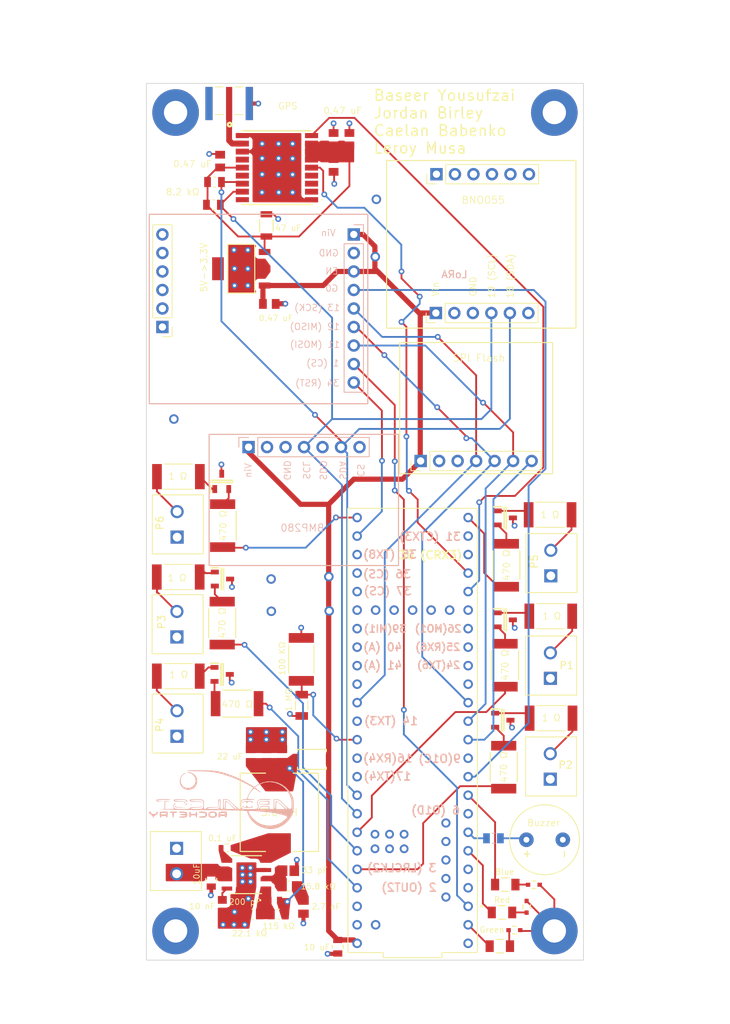
<source format=kicad_pcb>
(kicad_pcb (version 20240108) (generator "pcbnew") (generator_version "8.0")
  (layers (0 "F.Cu" signal) (1 "In1.Cu" power) (2 "In2.Cu" power) (31 "B.Cu" signal) (34 "B.Paste" user) (35 "F.Paste" user) (36 "B.SilkS" user "B.Silkscreen") (37 "F.SilkS" user "F.Silkscreen") (38 "B.Mask" user) (39 "F.Mask" user) (44 "Edge.Cuts" user))
  (net 0 "")
  (net 1 "GND")
  (net 2 "+7.5V")
  (net 3 "/Pin 5")
  (net 4 "+5V")
  (net 5 "Net-(LED1-Pad2)")
  (net 6 "Net-(U1-RX1)")
  (net 7 "Net-(U1-RX2)")
  (net 8 "Net-(P1-Pad2)")
  (net 9 "Net-(C16-Pad2)")
  (net 10 "Net-(P2-Pad2)")
  (net 11 "Net-(P3-Pad2)")
  (net 12 "Net-(P4-Pad2)")
  (net 13 "Net-(Q1-G)")
  (net 14 "Net-(Q1-S)")
  (net 15 "Net-(Q2-G)")
  (net 16 "Net-(Q2-S)")
  (net 17 "Net-(Q3-G)")
  (net 18 "Net-(Q3-S)")
  (net 19 "Net-(Q4-G)")
  (net 20 "Net-(Q4-S)")
  (net 21 "Net-(U1-BCLK2)")
  (net 22 "/Pin 20")
  (net 23 "/Pin 22")
  (net 24 "/Pin 21")
  (net 25 "/Pin 23")
  (net 27 "Net-(U1-3.3V-Pad3.3V_1)")
  (net 39 "Net-(U1-USB_GND-PadUSB_GND1)")
  (net 40 "+3.3V")
  (net 44 "Net-(U3-COMP)")
  (net 46 "/Pin 10 (CS)")
  (net 47 "/Pin 11 (MOSI)")
  (net 48 "/Pin 12 (MISO)")
  (net 49 "/Pin 13 (SCK)")
  (net 50 "Net-(C9-Pad2)")
  (net 51 "/Pin 18 (SDA)")
  (net 52 "/Pin 19 (SCL)")
  (net 57 "Net-(U3-SS)")
  (net 58 "Net-(U3-SW)")
  (net 61 "Net-(P5-Pad2)")
  (net 62 "Net-(P6-Pad2)")
  (net 70 "Net-(Q5-G)")
  (net 71 "Net-(Q5-S)")
  (net 72 "Net-(Q6-G)")
  (net 73 "Net-(Q6-S)")
  (net 74 "/Pin 32")
  (net 75 "/Pin 33")
  (net 76 "Net-(U3-BST)")
  (net 77 "/FB")
  (net 78 "/Pin 29 (ExtInt)")
  (net 85 "/Pin 28 (Reset)")
  (net 86 "Net-(LED2-Pad2)")
  (net 87 "Net-(LED4-Pad2)")
  (net 88 "/Pin 8 (G0)")
  (net 89 "/Pin 1 (CS)")
  (net 90 "/Pin 17 (SDA1)")
  (net 91 "/Pin 16 (SCL1)")
  (net 92 "/RF")
  (net 93 "/Pin 15 (A0)")
  (net 95 "/Pin 34 (RST)")
  (footprint "SMD LED:LED_XZCDG-8VF_SLD" (layer "F.Cu") (at 157.15 183.125 -90)
    (property "Reference" "LED1" (hide yes))
    (property "Value" "Red")
  )
  (footprint "22 uF:CAP_CL_21_SAM" (layer "F.Cu") (at 132.825 77.8237 -90)
    (property "Reference" "C11" (hide yes))
    (property "Value" "0.47 uF")
  )
  (footprint "750 Ohm:RC1206N_YAG" (layer "F.Cu") (at 153.475 188.525)
    (property "Reference" "R6" (hide yes))
    (property "Value" "750 Ω" (hide yes))
  )
  (footprint "Buck Converter (Mark 2):SO-8EP_DIO" (layer "F.Cu") (at 118.68266 178.715)
    (property "Reference" "U3" (hide yes))
    (property "Value" "7.5 V -> 5 V, 5 A" (hide yes))
  )
  (footprint "1x2 ScrewTerm:OST_OSTTE020104" (layer "F.Cu") (at 160.475 135.96 90)
    (property "Reference" "P5")
    (property "Value" "1x2 Screw Terminal" (hide yes))
  )
  (footprint "" (layer "F.Cu") (at 108.725 116.2)
    (property "Reference" "")
    (property "Value" "")
  )
  (footprint "MountingHole:MountingHole_3.2mm_M3_Pad" (layer "F.Cu") (at 160.96 186.44)
    (property "Reference" "H4" (hide yes))
    (property "Value" "MountingHole_Pad" (hide yes))
  )
  (footprint "3.6 uH Inductor:IND_1064_WE-PDF_WRE" (layer "F.Cu") (at 123.20576 170.1586 -90)
    (property "Reference" "3.6 uH")
    (property "Value" "3.6 uH" (hide yes))
  )
  (footprint "1x2 ScrewTerm:OST_OSTTE020104" (layer "F.Cu") (at 160.419 150.025 90)
    (property "Reference" "P1")
    (property "Value" "1x2 Screw Terminal" (hide yes))
  )
  (footprint "SMD LED:LED_XZCDG-8VF_SLD" (layer "F.Cu") (at 155.475 186.325 180)
    (property "Reference" "LED2" (hide yes))
    (property "Value" "Green")
  )
  (footprint "22 uF:CAP_CL_21_SAM" (layer "F.Cu") (at 121.825 100.4)
    (property "Reference" "C17" (hide yes))
    (property "Value" "0.47 uF")
  )
  (footprint "N-Channel MOSFET:SOT96P240X110-3N" (layer "F.Cu") (at 154.225 129.76)
    (property "Reference" "Q5" (hide yes))
    (property "Value" "DMN3051L-7" (hide yes))
  )
  (footprint "N-Channel MOSFET:SOT96P240X110-3N" (layer "F.Cu") (at 115.394 138.15)
    (property "Reference" "Q3" (hide yes))
    (property "Value" "DMN3051L-7" (hide yes))
  )
  (footprint "10 uF:CAP_CL21_SAM" (layer "F.Cu") (at 113.85296 179.425 90)
    (property "Reference" "C1" (hide yes))
    (property "Value" "10uF")
  )
  (footprint "" (layer "F.Cu") (at 122.075 138.15)
    (property "Reference" "")
    (property "Value" "")
  )
  (footprint "Teensy4.1:MODULE_DEV-16771" (layer "F.Cu") (at 141.505 158.925 90)
    (property "Reference" "U1" (hide yes))
    (property "Value" "Baseer Yousufzai" (hide yes))
  )
  (footprint "22 uF:CAP_CL_21_SAM" (layer "F.Cu") (at 115.075 80.8013 -90)
    (property "Reference" "C10" (hide yes))
    (property "Value" "0.47 uF")
  )
  (footprint "470 Ohm:RES_RMCF2512_STP" (layer "F.Cu") (at 115.356 144.1964 -90)
    (property "Reference" "R12" (hide yes))
    (property "Value" "470 Ω" (hide yes))
  )
  (footprint "22 uF:CAP_CL_21_SAM" (layer "F.Cu") (at 130.6487 81.4 90)
    (property "Reference" "C13" (hide yes))
    (property "Value" "0.47 uF" (hide yes))
  )
  (footprint "200 pF:CAP_06033D104JAT2A" (layer "F.Cu") (at 122.50296 182.225)
    (property "Reference" "C16" (hide yes))
    (property "Value" "200 pF")
  )
  (footprint "2.7 nF:CAP_CC0805_YAG" (layer "F.Cu") (at 126.511995 183.17342 90)
    (property "Reference" "C9" (hide yes))
    (property "Value" "2.7 nF")
  )
  (footprint "GPS Chip:MAXM10S00B" (layer "F.Cu") (at 122.875 81.7)
    (property "Reference" "IC1" (hide yes))
    (property "Value" "MAX-M10S-00B" (hide yes))
  )
  (footprint "470 Ohm:RES_RMCF2512_STP" (layer "F.Cu") (at 154.375 136.26 -90)
    (property "Reference" "R16" (hide yes))
    (property "Value" "470 Ω" (hide yes))
  )
  (footprint "10 uF:CAP_CL21_SAM" (layer "F.Cu") (at 131.225 188.6 90)
    (property "Reference" "C5" (hide yes))
    (property "Value" "10 uF" (hide yes))
  )
  (footprint "Buzzer:CUI_CMI-9605IC-0580T" (layer "F.Cu") (at 159.625 173.925 90)
    (property "Reference" "Buzzer")
    (property "Value" "CMI-9605IC-0580T" (hide yes))
  )
  (footprint "Connector_PinHeader_2.54mm:PinHeader_1x06_P2.54mm_Vertical" (layer "F.Cu") (at 144.775 82.6 90)
    (property "Reference" "BNO085" (hide yes))
    (property "Value" "~" (hide yes))
  )
  (footprint "324 Ohm:RC1206N_VIS" (layer "F.Cu") (at 153.775 183.9)
    (property "Reference" "R5" (hide yes))
    (property "Value" "324 Ω" (hide yes))
  )
  (footprint "1 Ohm:RESC6332X70N" (layer "F.Cu") (at 160.469 143.25)
    (property "Reference" "R8" (hide yes))
    (property "Value" "1 Ω" (hide yes))
  )
  (footprint "15.8 kOhm:RESC2012X60N" (layer "F.Cu") (at 124.42796 180.3 180)
    (property "Reference" "R2" (hide yes))
    (property "Value" "15.8 kΩ")
  )
  (footprint "SMD LED:LED_XZCDG-8VF_SLD" (layer "F.Cu") (at 158.15 180.1 180)
    (property "Reference" "LED4" (hide yes))
    (property "Value" "Blue")
  )
  (footprint "8.2k Ohm:RESC2012X60N" (layer "F.Cu") (at 114.15 86.8 180)
    (property "Reference" "R20" (hide yes))
    (property "Value" "8.2 kΩ")
  )
  (footprint "" (layer "F.Cu") (at 130 137.825)
    (property "Reference" "")
    (property "Value" "")
  )
  (footprint "470 Ohm:RES_RMCF2512_STP" (layer "F.Cu") (at 154.0105 163.9675 -90)
    (property "Reference" "R10" (hide yes))
    (property "Value" "470 Ω" (hide yes))
  )
  (footprint "1x2 ScrewTerm:OST_OSTTE020104" (layer "F.Cu") (at 109.1 176.85 -90)
    (property "Reference" "P7" (hide yes))
    (property "Value" "1x2 Screw Terminal" (hide yes))
  )
  (footprint "Connector_PinHeader_2.54mm:PinHeader_1x06_P2.54mm_Vertical" (layer "F.Cu") (at 107.15 103.57 180)
    (property "Reference" "BNO085" (hide yes))
    (property "Value" "~" (hide yes))
  )
  (footprint "" (layer "F.Cu") (at 136.525 86.05)
    (property "Reference" "")
    (property "Value" "")
  )
  (footprint "Connector_PinHeader_2.54mm:PinHeader_1x06_P2.54mm_Vertical" (layer "F.Cu") (at 144.695 101.65 90)
    (property "Reference" "BNO055")
    (property "Value" "~" (hide yes))
  )
  (footprint "" (layer "F.Cu") (at 136.375 93.925)
    (property "Reference" "")
    (property "Value" "")
  )
  (footprint "750 Ohm:RC1206N_YAG" (layer "F.Cu") (at 154.222 180.075)
    (property "Reference" "R7" (hide yes))
    (property "Value" "750 Ω" (hide yes))
  )
  (footprint "0.01 uF:CC0805N_YAG" (layer "F.Cu") (at 115.37796 183.0005 90)
    (property "Reference" "C14" (hide yes))
    (property "Value" "10 nF")
  )
  (footprint "1M Ohm:RESC3115X65N" (layer "F.Cu") (at 126.275 155.475 90)
    (property "Reference" "R1" (hide yes))
    (property "Value" "1 MΩ")
  )
  (footprint "MountingHole:MountingHole_3.2mm_M3_Pad" (layer "F.Cu") (at 108.96 74.14)
    (property "Reference" "H1" (hide yes))
    (property "Value" "MountingHole_Pad" (hide yes))
  )
  (footprint "100K Ohm:RESC6332X70N" (layer "F.Cu") (at 126.225 149.175 -90)
    (property "Reference" "R4" (hide yes))
    (property "Value" "100 KΩ")
  )
  (footprint "Voltage Regulators 3.3V:MP04A" (layer "F.Cu") (at 117.975 95.575 90)
    (property "Reference" "U2" (hide yes))
    (property "Value" "5V->3.3V")
  )
  (footprint "8.2k Ohm:RESC2012X60N" (layer "F.Cu") (at 114.3 83.675 180)
    (property "Reference" "R21" (hide yes))
    (property "Value" "8.2k Ohm" (hide yes))
  )
  (footprint "0.1 uF:CAP_CL10_SAM" (layer "F.Cu") (at 116.03076 175.05)
    (property "Reference" "C15" (hide yes))
    (property "Value" "0.1 uF")
  )
  (footprint "SMD Diode:DIO_RB050LAM_ROM" (layer "F.Cu") (at 127.675 162.9 180)
    (property "Reference" "R23" (hide yes))
    (property "Value" "Diode" (hide yes))
  )
  (footprint "470 Ohm:RES_RMCF2512_STP" (layer "F.Cu") (at 117.4 155.25)
    (property "Reference" "R14" (hide yes))
    (property "Value" "470 Ω" (hide yes))
  )
  (footprint "N-Channel MOSFET:SOT96P240X110-3N" (layer "F.Cu") (at 154.219 143.75)
    (property "Reference" "Q1" (hide yes))
    (property "Value" "DMN3051L-7" (hide yes))
  )
  (footprint "1x2 ScrewTerm:OST_OSTTE020104" (layer "F.Cu") (at 109.138 144.35 90)
    (property "Reference" "P3")
    (property "Value" "1x2 Screw Terminal" (hide yes))
  )
  (footprint "470 Ohm:RES_RMCF2512_STP" (layer "F.Cu") (at 154.194 149.975 -90)
    (property "Reference" "R9" (hide yes))
    (property "Value" "470 Ω" (hide yes))
  )
  (footprint "" (layer "F.Cu") (at 130.05 142.525)
    (property "Reference" "")
    (property "Value" "")
  )
  (footprint "22.1 kOhm:RESC2012X65N" (layer "F.Cu") (at 119.55296 184.15)
    (property "Reference" "R3" (hide yes))
    (property "Value" "22.1 kΩ")
  )
  (footprint "MountingHole:MountingHole_3.2mm_M3_Pad" (layer "F.Cu") (at 108.96 186.44)
    (property "Reference" "H3" (hide yes))
    (property "Value" "MountingHole_Pad" (hide yes))
  )
  (footprint "47 uF:CAP_CL31_SAM" (layer "F.Cu") (at 121.425 89.625 -90)
    (property "Reference" "C7" (hide yes))
    (property "Value" "47 uF")
  )
  (footprint "1 Ohm:RESC6332X70N" (layer "F.Cu") (at 160.5105 157.2425)
    (property "Reference" "R11" (hide yes))
    (property "Value" "1 Ω" (hide yes))
  )
  (footprint "MountingHole:MountingHole_3.2mm_M3_Pad" (layer "F.Cu") (at 160.96 74.14)
    (property "Reference" "H2" (hide yes))
    (property "Value" "MountingHole_Pad" (hide yes))
  )
  (footprint "1x2 ScrewTerm:OST_OSTTE020104" (layer "F.Cu") (at 109.169 130.65 90)
    (property "Reference" "P6")
    (property "Value" "1x2 Screw Terminal" (hide yes))
  )
  (footprint "1 Ohm:RESC6332X70N" (layer "F.Cu") (at 109.325 151.475 180)
    (property "Reference" "R15" (hide yes))
    (property "Value" "1 Ω" (hide yes))
  )
  (footprint "115 kOhm:RESC2012X60N" (layer "F.Cu") (at 123.05296 184.15)
    (property "Reference" "R22" (hide yes))
    (property "Value" "115 kΩ")
  )
  (footprint "N-Channel MOSFET:SOT96P240X110-3N" (layer "F.Cu") (at 153.8855 157.5175)
    (property "Reference" "Q2" (hide yes))
    (property "Value" "DMN3051L-7" (hide yes))
  )
  (footprint "1 Ohm:RESC6332X70N" (layer "F.Cu") (at 109.319 137.875 180)
    (property "Reference" "R13" (hide yes))
    (property "Value" "1 Ω" (hide yes))
  )
  (footprint "1x2 ScrewTerm:OST_OSTTE020104" (layer "F.Cu") (at 109.15 157.975 90)
    (property "Reference" "P4")
    (property "Value" "1x2 Screw Terminal" (hide yes))
  )
  (footprint "1x2 ScrewTerm:OST_OSTTE020104" (layer "F.Cu") (at 160.4045 163.8675 90)
    (property "Reference" "P2")
    (property "Value" "1x2 Screw Terminal" (hide yes))
  )
  (footprint "22 uF:CAP_CL_21_SAM" (layer "F.Cu") (at 119.275 162.3763 -90)
    (property "Reference" "C4" (hide yes))
    (property "Value" "22 uF")
  )
  (footprint "1 Ohm:RESC6332X70N" (layer "F.Cu") (at 109.344 124.1 180)
    (property "Reference" "R19" (hide yes))
    (property "Value" "1 Ω")
  )
  (footprint "1 Ohm:RESC6332X70N" (layer "F.Cu") (at 160.375 129.335)
    (property "Reference" "R17" (hide yes))
    (property "Value" "1 Ω")
  )
  (footprint "N-Channel MOSFET:SOT96P240X110-3N" (layer "F.Cu") (at 115.35 151.235)
    (property "Reference" "Q4" (hide yes))
    (property "Value" "DMN3051L-7" (hide yes))
  )
  (footprint "Connector_PinHeader_2.54mm:PinHeader_1x07_P2.54mm_Vertical" (layer "F.Cu") (at 142.605 121.95 90)
    (property "Reference" "SPI Flash")
    (property "Value" "~" (hide yes))
  )
  (footprint "SMA:TAOGLAS_EMPCB.SMAFSTJ.B.HT" (layer "F.Cu") (at 116.30925 72.9085 180)
    (property "Reference" "J1" (hide yes))
    (property "Value" "SMA" (hide yes))
  )
  (footprint "" (layer "F.Cu") (at 122.1 142.575)
    (property "Reference" "")
    (property "Value" "")
  )
  (footprint "N-Channel MOSFET:SOT96P240X110-3N" (layer "F.Cu") (at 115.294 124.75 90)
    (property "Reference" "Q6" (hide yes))
    (property "Value" "DMN3051L-7" (hide yes))
  )
  (footprint "22 uF:CAP_CL_21_SAM" (layer "F.Cu") (at 121.45 162.3763 -90)
    (property "Reference" "C3" (hide yes))
    (property "Value" "22 uF" (hide yes))
  )
  (footprint "33 pF:CAPC220145_88N_KEM" (layer "F.Cu") (at 124.45296 178.175 180)
    (property "Reference" "C8" (hide yes))
    (property "Value" "33 pF")
  )
  (footprint "22 uF:CAP_CL_21_SAM" (layer "F.Cu") (at 130.65 77.825 -90)
    (property "Reference" "C12" (hide yes))
    (property "Value" "0.47 uF" (hide yes))
  )
  (footprint "470 Ohm:RES_RMCF2512_STP" (layer "F.Cu") (at 115.419 130.825 -90)
    (property "Reference" "R18" (hide yes))
    (property "Value" "470 Ω" (hide yes))
  )
  (footprint "22 uF:CAP_CL_21_SAM" (layer "F.Cu") (at 123.6 162.3763 -90)
    (property "Reference" "C2" (hide yes))
    (property "Value" "22 uF (Each)" (hide yes))
  )
  (footprint "Connector_PinHeader_2.54mm:PinHeader_1x07_P2.54mm_Vertical" (layer "B.Cu") (at 118.975 120.05 -90)
    (property "Reference" "BMP280" (hide yes))
    (property "Value" "~" (hide yes))
  )
  (footprint "115 kOhm:RESC2012X60N" (layer "B.Cu") (at 152.6 173.725 180)
    (property "Reference" "R22" (hide yes))
    (property "Value" "115 kΩ" (hide yes))
  )
  (footprint "Connector_PinHeader_2.54mm:PinHeader_1x09_P2.54mm_Vertical" (layer "B.Cu") (at 133.425 90.87 180)
    (property "Reference" "LoRA")
    (property "Value" "~" (hide yes))
  )
  (footprint "Logo:Logoooo" (layer "B.Cu") (at 115.311618 168.357304 180)
    (property "Reference" "G***" (hide yes))
    (property "Value" "LOGO" (hide yes))
  )
  (gr_rect (start 105.35 88.1) (end 135.35 114.1) (stroke (width 0.15)) (fill none) (layer "B.SilkS"))
  (gr_rect (start 113.565 118.3) (end 139.565 136.3) (stroke (width 0.15)) (fill none) (layer "B.SilkS"))
  (gr_rect (start 137.925 80.725) (end 163.925 103.725) (stroke (width 0.15)) (fill none) (layer "F.SilkS"))
  (gr_rect (start 139.725 105.7) (end 160.725 123.7) (stroke (width 0.15)) (fill none) (layer "F.SilkS"))
  (gr_rect (start 104.96 70.14) (end 164.96 190.44) (stroke (width 0.1)) (fill none) (layer "Edge.Cuts"))
  (gr_text "31 (CTX3)\n" (at 148.225 132.975 0) (layer "B.SilkS") (effects (font (size 1.1 1.1) (thickness 0.2)) (justify left bottom mirror)))
  (gr_text "SDA" (at 131.405 124.566429 -90) (layer "B.SilkS") (effects (font (size 0.9 0.9) (thickness 0.1)) (justify left bottom mirror)))
  (gr_text "12 (MISO)" (at 131.55 104.05 0) (layer "B.SilkS") (effects (font (size 0.9 0.9) (thickness 0.1)) (justify left bottom mirror)))
  (gr_text "35 (TX8)\n" (at 142.175 135.425 0) (layer "B.SilkS") (effects (font (size 1.1 1.1) (thickness 0.2)) (justify left bottom mirror)))
  (gr_text "11 (MOSI)" (at 131.575 106.5 0) (layer "B.SilkS") (effects (font (size 0.9 0.9) (thickness 0.1)) (justify left bottom mirror)))
  (gr_text "25(RX6)\n" (at 148.15 148.075 0) (layer "B.SilkS") (effects (font (size 1 1) (thickness 0.2)) (justify left bottom mirror)))
  (gr_text "26(MO1)\n" (at 148.325 145.55 0) (layer "B.SilkS") (effects (font (size 1 1) (thickness 0.2)) (justify left bottom mirror)))
  (gr_text "17(TX4)\n" (at 141.4 165.875 0) (layer "B.SilkS") (effects (font (size 1.1 1.1) (thickness 0.2)) (justify left bottom mirror)))
  (gr_text "GND" (at 131.425 93.95 0) (layer "B.SilkS") (effects (font (size 0.9 0.9) (thickness 0.1)) (justify left bottom mirror)))
  (gr_text "36 (CS)\n" (at 141.375 138.125 0) (layer "B.SilkS") (effects (font (size 1.1 1.1) (thickness 0.2)) (justify left bottom mirror)))
  (gr_text "SCL\n" (at 126.38 124.545 -90) (layer "B.SilkS") (effects (font (size 0.9 0.9) (thickness 0.1)) (justify left bottom mirror)))
  (gr_text "14 (TX3)\n" (at 142.325 158.275 -0) (layer "B.SilkS") (effects (font (size 1.1 1.1) (thickness 0.2)) (justify left bottom mirror)))
  (gr_text "3 (LRCLK2)\n" (at 144.875 178.45 0) (layer "B.SilkS") (effects (font (size 1.1 1.1) (thickness 0.2)) (justify left bottom mirror)))
  (gr_text "CS" (at 133.83 124.180715 -90) (layer "B.SilkS") (effects (font (size 0.9 0.9) (thickness 0.1)) (justify left bottom mirror)))
  (gr_text "39(MI1)\n" (at 140.75 145.575 0) (layer "B.SilkS") (effects (font (size 1 1) (thickness 0.2)) (justify left bottom mirror)))
  (gr_text "16(RX4)\n" (at 141.6 163.4 0) (layer "B.SilkS") (effects (font (size 1.1 1.1) (thickness 0.2)) (justify left bottom mirror)))
  (gr_text "1 (CS)" (at 131.475 109.05 0) (layer "B.SilkS") (effects (font (size 0.9 0.9) (thickness 0.1)) (justify left bottom mirror)))
  (gr_text "Vin" (at 131 91.175 0) (layer "B.SilkS") (effects (font (size 0.9 0.9) (thickness 0.1)) (justify left bottom mirror)))
  (gr_text "GND" (at 123.73 124.673572 -90) (layer "B.SilkS") (effects (font (size 0.9 0.9) (thickness 0.1)) (justify left bottom mirror)))
  (gr_text "34 (RST)" (at 131.5 111.8 0) (layer "B.SilkS") (effects (font (size 0.9 0.9) (thickness 0.1)) (justify left bottom mirror)))
  (gr_text "EN" (at 131.35 96.425 0) (layer "B.SilkS") (effects (font (size 0.9 0.9) (thickness 0.1)) (justify left bottom mirror)))
  (gr_text "Vin" (at 119.455 122.175 90) (layer "B.SilkS") (effects (font (size 0.9 0.9) (thickness 0.1)) (justify left bottom mirror)))
  (gr_text "37 (CS)\n" (at 141.475 140.45 0) (layer "B.SilkS") (effects (font (size 1.1 1.1) (thickness 0.2)) (justify left bottom mirror)))
  (gr_text "41 (A)\n" (at 140.2 150.65 0) (layer "B.SilkS") (effects (font (size 1.1 1.1) (thickness 0.2)) (justify left bottom mirror)))
  (gr_text "40 (A)\n" (at 140.2 148.15 0) (layer "B.SilkS") (effects (font (size 1.1 1.1) (thickness 0.2)) (justify left bottom mirror)))
  (gr_text "2 (OUT2)\n" (at 144.9 181.125 0) (layer "B.SilkS") (effects (font (size 1.1 1.1) (thickness 0.2)) (justify left bottom mirror)))
  (gr_text "BMP280" (at 129.425 131.725 -0) (layer "B.SilkS") (effects (font (size 1 1) (thickness 0.1)) (justify left bottom mirror)))
  (gr_text "13 (SCK)" (at 131.575 101.45 0) (layer "B.SilkS") (effects (font (size 0.9 0.9) (thickness 0.1)) (justify left bottom mirror)))
  (gr_text "9(O1C)\n" (at 148.25 163.45 0) (layer "B.SilkS") (effects (font (size 1.1 1.1) (thickness 0.2)) (justify left bottom mirror)))
  (gr_text "G0" (at 131.35 98.8 0) (layer "B.SilkS") (effects (font (size 0.9 0.9) (thickness 0.1)) (justify left bottom mirror)))
  (gr_text "SDO\n" (at 128.68 124.652143 270) (layer "B.SilkS") (effects (font (size 0.9 0.9) (thickness 0.1)) (justify left bottom mirror)))
  (gr_text "24(TX6)\n" (at 148.15 150.55 0) (layer "B.SilkS") (effects (font (size 1 1) (thickness 0.2)) (justify left bottom mirror)))
  (gr_text "6 (O1D)\n" (at 148.1 170.525 0) (layer "B.SilkS") (effects (font (size 1.1 1.1) (thickness 0.2)) (justify left bottom mirror)))
  (gr_text "470 Ω" (at 115.906 146.375 90) (layer "F.SilkS") (effects (font (size 0.9 0.9) (thickness 0.1)) (justify left bottom)))
  (gr_text "GND" (at 150.325 99.45 90) (layer "F.SilkS") (effects (font (size 0.9 0.9) (thickness 0.1)) (justify left bottom)))
  (gr_text "1 Ω" (at 108.05 151.8 0) (layer "F.SilkS") (effects (font (size 0.9 0.9) (thickness 0.1)) (justify left bottom)))
  (gr_text "470 Ω" (at 154.925 138.45 90) (layer "F.SilkS") (effects (font (size 0.9 0.9) (thickness 0.1)) (justify left bottom)))
  (gr_text "1 Ω" (at 107.825 138.55 0) (layer "F.SilkS") (effects (font (size 0.9 0.9) (thickness 0.1)) (justify left bottom)))
  (gr_text "470 Ω" (at 154.55 166.15 90) (layer "F.SilkS") (effects (font (size 0.9 0.9) (thickness 0.1)) (justify left bottom)))
  (gr_text "470 Ω" (at 115.225 155.875 0) (layer "F.SilkS") (effects (font (size 0.9 0.9) (thickness 0.1)) (justify left bottom)))
  (gr_text "19 (SCL)" (at 152.9 99.7 90) (layer "F.SilkS") (effects (font (size 0.9 0.9) (thickness 0.1)) (justify left bottom)))
  (gr_text "GPS\n" (at 122.975 73.775 0) (layer "F.SilkS") (effects (font (size 0.9 0.9) (thickness 0.1)) (justify left bottom)))
  (gr_text "470 Ω" (at 116.019 133.025 90) (layer "F.SilkS") (effects (font (size 0.9 0.9) (thickness 0.1)) (justify left bottom)))
  (gr_text "470 Ω" (at 154.725 152.15 90) (layer "F.SilkS") (effects (font (size 0.9 0.9) (thickness 0.1)) (justify left bottom)))
  (gr_text "30 (CRX3)\n" (at 139.475 135.5 -0) (layer "F.SilkS") (effects (font (size 1.1 1.1) (thickness 0.2)) (justify left bottom)))
  (gr_text "Baseer Yousufzai\nJordan Birley\nCaelan Babenko\nLeroy Musa\n" (at 136.05 79.9 0) (layer "F.SilkS") (effects (font (size 1.5 1.5) (thickness 0.1875)) (justify left bottom)))
  (gr_text "Vin" (at 145.175 99.45 90) (layer "F.SilkS") (effects (font (size 0.9 0.9) (thickness 0.1)) (justify left bottom)))
  (gr_text "1 Ω" (at 159.25 143.775 0) (layer "F.SilkS") (effects (font (size 0.9 0.9) (thickness 0.1)) (justify left bottom)))
  (gr_text "1 Ω" (at 159.2 157.75 0) (layer "F.SilkS") (effects (font (size 0.9 0.9) (thickness 0.1)) (justify left bottom)))
  (gr_text "18 (SDA)" (at 155.45 99.7 90) (layer "F.SilkS") (effects (font (size 0.9 0.9) (thickness 0.1)) (justify left bottom)))
  (segment (start 116.444 138.15) (end 116.7 138.406) (width 0.25) (layer "F.Cu") (net 1))
  (segment (start 113.80296 181.55) (end 113.85296 181.5) (width 0.5) (layer "F.Cu") (net 1))
  (segment (start 130.725 83.9) (end 130.75 83.925) (width 0.25) (layer "F.Cu") (net 1))
  (segment (start 155.275 129.76) (end 155.275 130.61) (width 0.25) (layer "F.Cu") (net 1))
  (segment (start 156.2751 186.325) (end 156.3901 186.44) (width 0.25) (layer "F.Cu") (net 1))
  (segment (start 126.511995 185.390965) (end 126.511995 184.07022) (width 0.56) (layer "F.Cu") (net 1))
  (segment (start 120.3085 72.9085) (end 119.07925 72.9085) (width 0.56) (layer "F.Cu") (net 1))
  (segment (start 131.1778 189.575) (end 131.225 189.5278) (width 0.56) (layer "F.Cu") (net 1))
  (segment (start 154.9355 158.3175) (end 154.9355 157.5175) (width 0.25) (layer "F.Cu") (net 1))
  (segment (start 121.45 160.2) (end 121.425 160.175) (width 0.56) (layer "F.Cu") (net 1))
  (segment (start 122.7263 100.375) (end 122.7013 100.4) (width 0.71) (layer "F.Cu") (net 1))
  (segment (start 156.3901 186.44) (end 160.86 186.44) (width 0.25) (layer "F.Cu") (net 1))
  (segment (start 155.275 130.61) (end 155.5 130.835) (width 0.25) (layer "F.Cu") (net 1))
  (segment (start 158.9501 180.1) (end 160.96 182.1099) (width 0.25) (layer "F.Cu") (net 1))
  (segment (start 155.269 143.75) (end 155.269 144.6) (width 0.25) (layer "F.Cu") (net 1))
  (segment (start 115.25 122.425) (end 115.25 123.656) (width 0.25) (layer "F.Cu") (net 1))
  (segment (start 157.15 182.3249) (end 160.96 186.1349) (width 0.25) (layer "F.Cu") (net 1))
  (segment (start 114.975 79.825) (end 115.075 79.925) (width 0.25) (layer "F.Cu") (net 1))
  (segment (start 119.31766 178.08) (end 121.36236 178.08) (width 0.56) (layer "F.Cu") (net 1))
  (segment (start 116.7 138.406) (end 116.7 139.25) (width 0.25) (layer "F.Cu") (net 1))
  (segment (start 113.85296 181.5) (end 113.85296 180.3528) (width 0.5) (layer "F.Cu") (net 1))
  (segment (start 130.725 82.5513) (end 130.725 83.9) (width 0.25) (layer "F.Cu") (net 1))
  (segment (start 116.4 151.235) (end 116.4 152.104) (width 0.25) (layer "F.Cu") (net 1))
  (segment (start 155.269 144.6) (end 155.519 144.85) (width 0.25) (layer "F.Cu") (net 1))
  (segment (start 119.31766 178.08) (end 118.68266 178.715) (width 0.25) (layer "F.Cu") (net 1))
  (segment (start 125.60296 177.827799) (end 125.255759 178.175) (width 0.5) (layer "F.Cu") (net 1))
  (segment (start 123.05 88.75) (end 122.397199 88.097199) (width 0.25) (layer "F.Cu") (net 1))
  (segment (start 132.825 75.625) (end 132.825 76.9474) (width 0.25) (layer "F.Cu") (net 1))
  (segment (start 125.60296 176.675) (end 125.60296 177.827799) (width 0.5) (layer "F.Cu") (net 1))
  (segment (start 113.575 79.825) (end 114.975 79.825) (width 0.25) (layer "F.Cu") (net 1))
  (segment (start 124.025 100.375) (end 122.7263 100.375) (width 0.71) (layer "F.Cu") (net 1))
  (segment (start 126.50296 185.4) (end 126.511995 185.390965) (width 0.56) (layer "F.Cu") (net 1))
  (segment (start 130.65 75.625) (end 130.65 76.9487) (width 0.25) (layer "F.Cu") (net 1))
  (segment (start 126.225 144.85) (end 126.2 144.825) (width 0.25) (layer "F.Cu") (net 1))
  (segment (start 122.397199 88.097199) (end 121.425 88.097199) (width 0.25) (layer "F.Cu") (net 1))
  (segment (start 115.25 123.656) (end 115.294 123.7) (width 0.25) (layer "F.Cu") (net 1))
  (segment (start 160.96 182.1099) (end 160.96 186.44) (width 0.25) (layer "F.Cu") (net 1))
  (segment (start 129.825 189.575) (end 131.1778 189.575) (width 0.56) (layer "F.Cu") (net 1))
  (segment (start 123.6 160.2) (end 123.625 160.175) (width 0.56) (layer "F.Cu") (net 1))
  (segment (start 160.96 186.1349) (end 160.96 186.44) (width 0.25) (layer "F.Cu") (net 1))
  (segment (start 155.1465 158.5285) (end 154.9355 158.3175) (width 0.25) (layer "F.Cu") (net 1))
  (segment (start 119.275 160.2) (end 119.25 160.175) (width 0.56) (layer "F.Cu") (net 1))
  (segment (start 126.225 146.231) (end 126.225 144.85) (width 0.25) (layer "F.Cu") (net 1))
  (via (at 119.25296 179.675) (size 0.8) (drill 0.4) (layers "F.Cu" "B.Cu") (net 1))
  (via (at 132.825 75.625) (size 0.8) (drill 0.4) (layers "F.Cu" "B.Cu") (net 1))
  (via (at 121.425 160.175) (size 0.8) (drill 0.4) (layers "F.Cu" "B.Cu") (net 1))
  (via (at 115.475 185.575) (size 0.8) (drill 0.4) (layers "F.Cu" "B.Cu") (net 1))
  (via (at 119.22796 177.775) (size 0.8) (drill 0.4) (layers "F.Cu" "B.Cu") (net 1))
  (via (at 118.875 93) (size 0.8) (drill 0.4) (layers "F.Cu" "B.Cu") (net 1))
  (via (at 116.975 185.575) (size 0.8) (drill 0.4) (layers "F.Cu" "B.Cu") (net 1))
  (via (at 155.519 144.85) (size 0.8) (drill 0.4) (layers "F.Cu" "B.Cu") (net 1))
  (via (at 118.12796 177.775) (size 0.8) (drill 0.4) (layers "F.Cu" "B.Cu") (net 1))
  (via (at 123.1 78.425) (size 0.8) (drill 0.4) (layers "F.Cu" "B.Cu") (net 1))
  (via (at 129.825 189.575) (size 0.8) (drill 0.4) (layers "F.Cu" "B.Cu") (net 1))
  (via (at 125.025 78.425) (size 0.8) (drill 0.4) (layers "F.Cu" "B.Cu") (net 1))
  (via (at 126.2 144.825) (size 0.8) (drill 0.4) (layers "F.Cu" "B.Cu") (net 1))
  (via (at 113.575 79.825) (size 0.8) (drill 0.4) (layers "F.Cu" "B.Cu") (net 1))
  (via (at 130.65 75.625) (size 0.8) (drill 0.4) (layers "F.Cu" "B.Cu") (net 1))
  (via (at 115.25 122.425) (size 0.8) (drill 0.4) (layers "F.Cu" "B.Cu") (net 1))
  (via (at 123.625 160.175) (size 0.8) (drill 0.4) (layers "F.Cu" "B.Cu") (net 1))
  (via (at 120.85 80.425) (size 0.8) (drill 0.4) (layers "F.Cu" "B.Cu") (net 1))
  (via (at 118.875 97.875) (size 0.8) (drill 0.4) (layers "F.Cu" "B.Cu") (net 1))
  (via (at 120.3085 72.9085) (size 0.8) (drill 0.4) (layers "F.Cu" "B.Cu") (net 1))
  (via (at 123.1 82.65) (size 0.8) (drill 0.4) (layers "F.Cu" "B.Cu") (net 1))
  (via (at 123.1 80.425) (size 0.8) (drill 0.4) (layers "F.Cu" "B.Cu") (net 1))
  (via (at 121.425 159.15) (size 0.8) (drill 0.4) (layers "F.Cu" "B.Cu") (net 1))
  (via (at 118.45 185.575) (size 0.8) (drill 0.4) (layers "F.Cu" "B.Cu") (net 1))
  (via (at 123.625 159.125) (size 0.8) (drill 0.4) (layers "F.Cu" "B.Cu") (net 1))
  (via (at 118.875 95.575) (size 0.8) (drill 0.4) (layers "F.Cu" "B.Cu") (net 1))
  (via (at 116.7 139.25) (size 0.8) (drill 0.4) (layers "F.Cu" "B.Cu") (net 1))
  (via (at 116.975 93) (size 0.8) (drill 0.4) (layers "F.Cu" "B.Cu") (net 1))
  (via (at 117.05 97.875) (size 0.8) (drill 0.4) (layers "F.Cu" "B.Cu") (net 1))
  (via (at 125.60296 176.675) (size 0.8) (drill 0.4) (layers "F.Cu" "B.Cu") (net 1))
  (via (at 120.85 82.625) (size 0.8) (drill 0.4) (layers "F.Cu" "B.Cu") (net 1))
  (via (at 125.025 82.65) (size 0.8) (drill 0.4) (layers "F.Cu" "B.Cu") (net 1))
  (via (at 155.1465 158.5285) (size 0.8) (drill 0.4) (layers "F.Cu" "B.Cu") (net 1))
  (via (at 117.05 183.825) (size 0.8) (drill 0.4) (layers "F.Cu" "B.Cu") (net 1))
  (via (at 130.75 83.925) (size 0.8) (drill 0.4) (layers "F.Cu" "B.Cu") (net 1))
  (via (at 117.05 95.55) (size 0.8) (drill 0.4) (layers "F.Cu" "B.Cu") (net 1))
  (via (at 120.85 78.425) (size 0.8) (drill 0.4) (layers "F.Cu" "B.Cu") (net 1))
  (via (at 119.22796 178.725) (size 0.8) (drill 0.4) (layers "F.Cu" "B.Cu") (net 1))
  (via (at 125.025 85.1) (size 0.8) (drill 0.4) (layers "F.Cu" "B.Cu") (net 1))
  (via (at 119.25 160.175) (size 0.8) (drill 0.4) (layers "F.Cu" "B.Cu") (net 1))
  (via (at 118.15296 178.725) (size 0.8) (drill 0.4) (layers "F.Cu" "B.Cu") (net 1))
  (via (at 125.025 80.45) (size 0.8) (drill 0.4) (layers "F.Cu" "B.Cu") (net 1))
  (via (at 118.15296 179.675) (size 0.8) (drill 0.4) (layers "F.Cu" "B.Cu") (net 1))
  (via (at 120.825 85.1) (size 0.8) (drill 0.4) (layers "F.Cu" "B.Cu") (net 1))
  (via (at 119.25 159.125) (size 0.8) (drill 0.4) (layers "F.Cu" "B.Cu") (net 1))
  (via (at 123.05 88.75) (size 0.8) (drill 0.4) (layers "F.Cu" "B.Cu") (net 1))
  (via (at 123.125 85.1) (size 0.8) (drill 0.4) (layers "F.Cu" "B.Cu") (net 1))
  (via (at 113.80296 181.55) (size 0.8) (drill 0.4) (layers "F.Cu" "B.Cu") (net 1))
  (via (at 124.025 100.375) (size 0.8) (drill 0.4) (layers "F.Cu" "B.Cu") (net 1))
  (via (at 155.5 130.835) (size 0.8) (drill 0.4) (layers "F.Cu" "B.Cu") (net 1))
  (via (at 118.95 182) (size 0.8) (drill 0.4) (layers "F.Cu" "B.Cu") (net 1))
  (via (at 116.656 152.36) (size 0.8) (drill 0.4) (layers "F.Cu" "B.Cu") (net 1))
  (via (at 126.50296 185.4) (size 0.8) (drill 0.4) (layers "F.Cu" "B.Cu") (net 1))
  (segment (start 124.935 156.935) (end 126.275 156.935) (width 0.25) (layer "F.Cu") (net 2))
  (segment (start 124.65 156.65) (end 124.935 156.935) (width 0.25) (layer "F.Cu") (net 2))
  (via (at 124.65 156.65) (size 0.8) (drill 0.4) (layers "F.Cu" "B.Cu") (net 2))
  (segment (start 149.125 172.895) (end 149.955 173.725) (width 0.25) (layer "B.Cu") (net 3))
  (segment (start 149.955 173.725) (end 151.645 173.725) (width 0.25) (layer "B.Cu") (net 3))
  (segment (start 153.555 173.725) (end 157.05 173.725) (width 0.25) (layer "B.Cu") (net 3))
  (segment (start 120.9487 100.4) (end 120.9487 98.1017) (width 0.71) (layer "F.Cu") (net 4))
  (segment (start 129.975 186.4222) (end 131.225 187.6722) (width 0.71) (layer "F.Cu") (net 4))
  (segment (start 144.695 101.65) (end 142.4 101.65) (width 0.71) (layer "F.Cu") (net 4))
  (segment (start 136.325 92.5) (end 136.325 95.575) (width 0.71) (layer "F.Cu") (net 4))
  (segment (start 133.4222 187.6722) (end 133.885 188.135) (width 0.71) (layer "F.Cu") (net 4))
  (segment (start 126.125 127.9) (end 129.975 127.9) (width 0.71) (layer "F.Cu") (net 4))
  (segment (start 131.225 187.6722) (end 133.4222 187.6722) (width 0.71) (layer "F.Cu") (net 4))
  (segment (start 129.225 97.875) (end 121.1754 97.875) (width 0.71) (layer "F.Cu") (net 4))
  (segment (start 136.325 95.575) (end 136.975 96.225) (width 0.71) (layer "F.Cu") (net 4))
  (segment (start 133.425 124.45) (end 140.105 124.45) (width 0.71) (layer "F.Cu") (net 4))
  (segment (start 129.975 127.9) (end 129.975 186.4222) (width 0.71) (layer "F.Cu") (net 4))
  (segment (start 134.695 90.87) (end 136.325 92.5) (width 0.71) (layer "F.Cu") (net 4))
  (segment (start 129.975 127.9) (end 133.425 124.45) (width 0.71) (layer "F.Cu") (net 4))
  (segment (start 142.4 101.65) (end 136.7 95.95) (width 0.71) (layer "F.Cu") (net 4))
  (segment (start 136.7 95.95) (end 131.15 95.95) (width 0.71) (layer "F.Cu") (net 4))
  (segment (start 118.975 120.05) (end 118.975 120.75) (width 0.71) (layer "F.Cu") (net 4))
  (segment (start 118.975 120.75) (end 126.125 127.9) (width 0.71) (layer "F.Cu") (net 4))
  (segment (start 142.55 122.005) (end 142.55 101.95) (width 0.71) (layer "F.Cu") (net 4))
  (segment (start 140.105 124.45) (end 142.55 122.005) (width 0.71) (layer "F.Cu") (net 4))
  (segment (start 133.425 90.87) (end 134.695 90.87) (width 0.71) (layer "F.Cu") (net 4))
  (segment (start 131.15 95.95) (end 129.225 97.875) (width 0.71) (layer "F.Cu") (net 4))
  (segment (start 120.9487 98.1017) (end 121.1754 97.875) (width 0.71) (layer "F.Cu") (net 4))
  (segment (start 142.55 101.95) (end 142.625 101.875) (width 0.71) (layer "F.Cu") (net 4))
  (segment (start 155.177798 183.9) (end 157.1249 183.9) (width 0.25) (layer "F.Cu") (net 5))
  (segment (start 157.1249 183.9) (end 157.15 183.9251) (width 0.25) (layer "F.Cu") (net 5))
  (segment (start 152.055 188.525) (end 149.125 185.595) (width 0.25) (layer "F.Cu") (net 6))
  (segment (start 152.078 188.525) (end 152.055 188.525) (width 0.25) (layer "F.Cu") (net 6))
  (segment (start 152.825 171.515) (end 149.125 167.815) (width 0.25) (layer "F.Cu") (net 7))
  (segment (start 152.825 180.075) (end 152.825 171.515) (width 0.25) (layer "F.Cu") (net 7))
  (segment (start 163.413 145.281) (end 163.413 143.25) (width 0.25) (layer "F.Cu") (net 8))
  (segment (start 160.419 148.275) (end 163.413 145.281) (width 0.25) (layer "F.Cu") (net 8))
  (via (at 124.30296 182.425) (size 0.8) (drill 0.4) (layers "F.Cu" "B.Cu") (net 9))
  (via (at 124.625 164.125) (size 0.8) (drill 0.4) (layers "F.Cu" "B.Cu") (net 9))
  (segment (start 124.625 164.125) (end 126.475 165.975) (width 0.25) (layer "B.Cu") (net 9))
  (segment (start 124.30296 182.35) (end 124.30296 182.425) (width 0.25) (layer "B.Cu") (net 9))
  (segment (start 126.475 165.975) (end 126.475 180.17796) (width 0.25) (layer "B.Cu") (net 9))
  (segment (start 126.475 180.17796) (end 124.30296 182.35) (width 0.25) (layer "B.Cu") (net 9))
  (segment (start 163.4545 157.2425) (end 163.4545 159.0675) (width 0.25) (layer "F.Cu") (net 10))
  (segment (start 163.4545 159.0675) (end 160.4045 162.1175) (width 0.25) (layer "F.Cu") (net 10))
  (segment (start 106.4 140.025) (end 106.4 138.025) (width 0.25) (layer "F.Cu") (net 11))
  (segment (start 106.431 139.675) (end 106.456 139.65) (width 0.25) (layer "F.Cu") (net 11))
  (segment (start 109.1 142.6) (end 106.375 139.875) (width 0.25) (layer "F.Cu") (net 11))
  (segment (start 109.138 142.6) (end 109.1 142.6) (width 0.25) (layer "F.Cu") (net 11))
  (segment (start 106.381 153.456) (end 109.15 156.225) (width 0.25) (layer "F.Cu") (net 12))
  (segment (start 106.381 151.475) (end 106.381 153.456) (width 0.25) (layer "F.Cu") (net 12))
  (segment (start 153.169 142.79) (end 157.065 142.79) (width 0.25) (layer "F.Cu") (net 13))
  (segment (start 157.065 142.79) (end 157.525 143.25) (width 0.25) (layer "F.Cu") (net 13))
  (segment (start 154.194 147.0286) (end 154.194 145.735) (width 0.25) (layer "F.Cu") (net 14))
  (segment (start 154.194 145.735) (end 153.169 144.71) (width 0.25) (layer "F.Cu") (net 14))
  (segment (start 152.8355 156.5575) (end 156.8815 156.5575) (width 0.25) (layer "F.Cu") (net 15))
  (segment (start 156.8815 156.5575) (end 157.5665 157.2425) (width 0.25) (layer "F.Cu") (net 15))
  (segment (start 154.0105 159.6525) (end 152.8355 158.4775) (width 0.25) (layer "F.Cu") (net 16))
  (segment (start 154.0105 161.0211) (end 154.0105 159.6525) (width 0.25) (layer "F.Cu") (net 16))
  (segment (start 114.369 137.34) (end 112.973 137.34) (width 0.25) (layer "F.Cu") (net 17))
  (segment (start 112.948 137.19) (end 112.238 137.9) (width 0.25) (layer "F.Cu") (net 17))
  (segment (start 114.344 140.238) (end 115.356 141.25) (width 0.25) (layer "F.Cu") (net 18))
  (segment (start 114.344 139.11) (end 114.344 140.238) (width 0.25) (layer "F.Cu") (net 18))
  (segment (start 113.469 150.275) (end 114.3 150.275) (width 0.25) (layer "F.Cu") (net 19))
  (segment (start 112.269 151.475) (end 113.469 150.275) (width 0.25) (layer "F.Cu") (net 19))
  (segment (start 114.3 152.195) (end 114.3 155.0964) (width 0.25) (layer "F.Cu") (net 20))
  (segment (start 114.3 155.0964) (end 114.4536 155.25) (width 0.25) (layer "F.Cu") (net 20))
  (segment (start 151.15 182.677798) (end 151.15 177.46) (width 0.25) (layer "F.Cu") (net 21))
  (segment (start 151.15 177.46) (end 149.125 175.435) (width 0.25) (layer "F.Cu") (net 21))
  (segment (start 152.372202 183.9) (end 151.15 182.677798) (width 0.25) (layer "F.Cu") (net 21))
  (segment (start 147.375 156.4) (end 135.9 167.875) (width 0.25) (layer "F.Cu") (net 22))
  (segment (start 151.6258 156.4) (end 147.375 156.4) (width 0.25) (layer "F.Cu") (net 22))
  (segment (start 154.194 152.9214) (end 154.194 153.8318) (width 0.25) (layer "F.Cu") (net 22))
  (segment (start 154.194 153.8318) (end 151.6258 156.4) (width 0.25) (layer "F.Cu") (net 22))
  (segment (start 135.9 170.88) (end 133.885 172.895) (width 0.25) (layer "F.Cu") (net 22))
  (segment (start 135.9 167.875) (end 135.9 170.88) (width 0.25) (layer "F.Cu") (net 22))
  (segment (start 142.95 171.65) (end 142.95 177.2) (width 0.25) (layer "F.Cu") (net 23))
  (segment (start 148.025 166.575) (end 142.95 171.65) (width 0.25) (layer "F.Cu") (net 23))
  (segment (start 142.175 177.975) (end 133.885 177.975) (width 0.25) (layer "F.Cu") (net 23))
  (segment (start 142.95 177.2) (end 142.175 177.975) (width 0.25) (layer "F.Cu") (net 23))
  (segment (start 153.6716 166.575) (end 148.025 166.575) (width 0.25) (layer "F.Cu") (net 23))
  (segment (start 154.0105 166.9139) (end 153.6716 166.575) (width 0.25) (layer "F.Cu") (net 23))
  (segment (start 118.3928 147.1428) (end 118.425 147.175) (width 0.25) (layer "F.Cu") (net 24))
  (segment (start 115.356 147.1428) (end 118.3928 147.1428) (width 0.25) (layer "F.Cu") (net 24))
  (via (at 118.425 147.175) (size 0.8) (drill 0.4) (layers "F.Cu" "B.Cu") (net 24))
  (segment (start 126.45 155.2) (end 126.45 164.025305) (width 0.25) (layer "B.Cu") (net 24))
  (segment (start 118.425 147.175) (end 126.45 155.2) (width 0.25) (layer "B.Cu") (net 24))
  (segment (start 126.45 164.025305) (end 130.325 167.900305) (width 0.25) (layer "B.Cu") (net 24))
  (segment (start 130.325 167.900305) (end 130.325 171.875) (width 0.25) (layer "B.Cu") (net 24))
  (segment (start 130.325 171.875) (end 133.885 175.435) (width 0.25) (layer "B.Cu") (net 24))
  (segment (start 121.875 155.775) (end 121.35 155.25) (width 0.25) (layer "F.Cu") (net 25))
  (segment (start 121.35 155.25) (end 120.3464 155.25) (width 0.25) (layer "F.Cu") (net 25))
  (via (at 121.875 155.775) (size 0.8) (drill 0.4) (layers "F.Cu" "B.Cu") (net 25))
  (segment (start 125.8 159.725) (end 125.8 164.438604) (width 0.25) (layer "B.Cu") (net 25))
  (segment (start 121.875 155.8) (end 125.8 159.725) (width 0.25) (layer "B.Cu") (net 25))
  (segment (start 129.875 176.505) (end 133.885 180.515) (width 0.25) (layer "B.Cu") (net 25))
  (segment (start 121.875 155.775) (end 121.875 155.8) (width 0.25) (layer "B.Cu") (net 25))
  (segment (start 125.8 164.438604) (end 129.875 168.513604) (width 0.25) (layer "B.Cu") (net 25))
  (segment (start 129.875 168.513604) (end 129.875 176.505) (width 0.25) (layer "B.Cu") (net 25))
  (segment (start 121.1754 93.275) (end 121.1754 91.402401) (width 0.25) (layer "F.Cu") (net 40))
  (segment (start 115.075 81.6776) (end 114.7224 81.6776) (width 0.25) (layer "F.Cu") (net 40))
  (segment (start 130.6487 78.7026) (end 130.65 78.7013) (width 0.25) (layer "F.Cu") (net 40))
  (segment (start 121.1754 91.402401) (end 121.425 91.152801) (width 0.25) (layer "F.Cu") (net 40))
  (segment (start 114.7224 81.6776) (end 113.345 83.055) (width 0.25) (layer "F.Cu") (net 40))
  (segment (start 113.345 86.65) (end 113.195 86.8) (width 0.25) (layer "F.Cu") (net 40))
  (segment (start 121.425 91.152801) (end 125.897199 91.152801) (width 0.25) (layer "F.Cu") (net 40))
  (segment (start 130.6513 78.7) (end 130.65 78.7013) (width 0.25) (layer "F.Cu") (net 40))
  (segment (start 113.345 83.055) (end 113.345 83.675) (width 0.25) (layer "F.Cu") (net 40))
  (segment (start 113.195 86.8) (end 117.547801 91.152801) (width 0.25) (layer "F.Cu") (net 40))
  (segment (start 125.897199 91.152801) (end 132.825 84.225) (width 0.25) (layer "F.Cu") (net 40))
  (segment (start 118.125 81.7) (end 115.0526 81.7) (width 0.25) (layer "F.Cu") (net 40))
  (segment (start 132.825 84.225) (end 132.825 78.7) (width 0.25) (layer "F.Cu") (net 40))
  (segment (start 113.345 83.675) (end 113.345 86.65) (width 0.25) (layer "F.Cu") (net 40))
  (segment (start 115.0526 81.7) (end 115.075 81.6776) (width 0.25) (layer "F.Cu") (net 40))
  (segment (start 117.547801 91.152801) (end 121.425 91.152801) (width 0.25) (layer "F.Cu") (net 40))
  (segment (start 152.6 127.195) (end 152.6 158.95) (width 0.25) (layer "B.Cu") (net 46))
  (segment (start 157.845 121.95) (end 152.6 127.195) (width 0.25) (layer "B.Cu") (net 46))
  (segment (start 152.6 158.95) (end 151.355 160.195) (width 0.25) (layer "B.Cu") (net 46))
  (segment (start 151.355 160.195) (end 149.125 160.195) (width 0.25) (layer "B.Cu") (net 46))
  (segment (start 151.225 113.95) (end 155.305 118.03) (width 0.25) (layer "F.Cu") (net 47))
  (segment (start 155.305 118.03) (end 155.305 121.95) (width 0.25) (layer "F.Cu") (net 47))
  (segment (start 151.175 113.95) (end 151.225 113.95) (width 0.25) (layer "F.Cu") (net 47))
  (via (at 151.175 113.95) (size 0.8) (drill 0.4) (layers "F.Cu" "B.Cu") (net 47))
  (segment (start 151.525 155.255) (end 149.125 157.655) (width 0.25) (layer "B.Cu") (net 47))
  (segment (start 151.092994 113.95) (end 143.252994 106.11) (width 0.25) (layer "B.Cu") (net 47))
  (segment (start 151.525 125.73) (end 151.525 155.255) (width 0.25) (layer "B.Cu") (net 47))
  (segment (start 151.175 113.95) (end 151.092994 113.95) (width 0.25) (layer "B.Cu") (net 47))
  (segment (start 143.252994 106.11) (end 133.425 106.11) (width 0.25) (layer "B.Cu") (net 47))
  (segment (start 155.305 121.95) (end 151.525 125.73) (width 0.25) (layer "B.Cu") (net 47))
  (segment (start 133.77 103.57) (end 133.425 103.57) (width 0.25) (layer "F.Cu") (net 48))
  (segment (start 137.625 107.425) (end 133.77 103.57) (width 0.25) (layer "F.Cu") (net 48))
  (segment (start 148.875 118.575) (end 144.875 114.575) (width 0.25) (layer "F.Cu") (net 48))
  (segment (start 148.875 118.825) (end 148.875 118.575) (width 0.25) (layer "F.Cu") (net 48))
  (via (at 137.625 107.425) (size 0.8) (drill 0.4) (layers "F.Cu" "B.Cu") (net 48))
  (via (at 144.875 114.575) (size 0.8) (drill 0.4) (layers "F.Cu" "B.Cu") (net 48))
  (via (at 148.875 118.825) (size 0.8) (drill 0.4) (layers "F.Cu" "B.Cu") (net 48))
  (segment (start 148.875 118.825) (end 149.64 118.825) (width 0.25) (layer "B.Cu") (net 48))
  (segment (start 142.825 148.815) (end 149.125 155.115) (width 0.25) (layer "B.Cu") (net 48))
  (segment (start 149.64 118.825) (end 152.765 121.95) (width 0.25) (layer "B.Cu") (net 48))
  (segment (start 152.765 121.95) (end 142.825 131.89) (width 0.25) (layer "B.Cu") (net 48))
  (segment (start 142.825 131.89) (end 142.825 148.815) (width 0.25) (layer "B.Cu") (net 48))
  (segment (start 144.775 114.575) (end 144.875 114.575) (width 0.25) (layer "B.Cu") (net 48))
  (segment (start 137.625 107.425) (end 144.775 114.575) (width 0.25) (layer "B.Cu") (net 48))
  (segment (start 144.95 104.925) (end 150.225 110.2) (width 0.25) (layer "F.Cu") (net 49))
  (segment (start 150.225 121.95) (end 150.225 110.2) (width 0.25) (layer "F.Cu") (net 49))
  (via (at 144.95 104.925) (size 0.8) (drill 0.4) (layers "F.Cu" "B.Cu") (net 49))
  (segment (start 144.95 104.925) (end 137.32 104.925) (width 0.25) (layer "B.Cu") (net 49))
  (segment (start 137.675 134.5) (end 137.675 151.325) (width 0.25) (layer "B.Cu") (net 49))
  (segment (start 137.675 151.325) (end 133.885 155.115) (width 0.25) (layer "B.Cu") (net 49))
  (segment (start 150.225 121.95) (end 137.675 134.5) (width 0.25) (layer "B.Cu") (net 49))
  (segment (start 137.32 104.925) (end 133.425 101.03) (width 0.25) (layer "B.Cu") (net 49))
  (segment (start 128.1 115.625) (end 131.675 119.2) (width 0.25) (layer "F.Cu") (net 51))
  (segment (start 115.255 83.675) (end 117.9 83.675) (width 0.25) (layer "F.Cu") (net 51))
  (segment (start 115.255 84.335) (end 115.255 83.675) (width 0.25) (layer "F.Cu") (net 51))
  (segment (start 117.9 83.675) (end 118.125 83.9) (width 0.25) (layer "F.Cu") (net 51))
  (segment (start 131.675 119.2) (end 131.675 120.05) (width 0.25) (layer "F.Cu") (net 51))
  (segment (start 115.25 85.075) (end 115.25 84.34) (width 0.25) (layer "F.Cu") (net 51))
  (segment (start 115.25 84.34) (end 115.255 84.335) (width 0.25) (layer "F.Cu") (net 51))
  (via (at 128.1 115.625) (size 0.8) (drill 0.4) (layers "F.Cu" "B.Cu") (net 51))
  (via (at 115.25 85.075) (size 0.8) (drill 0.4) (layers "F.Cu" "B.Cu") (net 51))
  (segment (start 131.675 120.05) (end 132.525 120.9) (width 0.25) (layer "B.Cu") (net 51))
  (segment (start 154.855 116.17) (end 153.475 117.55) (width 0.25) (layer "B.Cu") (net 51))
  (segment (start 134.175 117.55) (end 131.675 120.05) (width 0.25) (layer "B.Cu") (net 51))
  (segment (start 115.25 85.075) (end 115.25 102.775) (width 0.25) (layer "B.Cu") (net 51))
  (segment (start 132.525 120.9) (end 132.525 166.425) (width 0.25) (layer "B.Cu") (net 51))
  (segment (start 115.25 102.775) (end 128.1 115.625) (width 0.25) (layer "B.Cu") (net 51))
  (segment (start 153.475 117.55) (end 134.175 117.55) (width 0.25) (layer "B.Cu") (net 51))
  (segment (start 154.855 101.65) (end 154.855 116.17) (width 0.25) (layer "B.Cu") (net 51))
  (segment (start 133.885 167.785) (end 133.885 167.815) (width 0.25) (layer "B.Cu") (net 51))
  (segment (start 132.525 166.425) (end 133.885 167.785) (width 0.25) (layer "B.Cu") (net 51))
  (segment (start 115.105 86.955) (end 115.105 86.8) (width 0.25) (layer "F.Cu") (net 52))
  (segment (start 116.905 85) (end 118.125 85) (width 0.25) (layer "F.Cu") (net 52))
  (segment (start 115.105 86.8) (end 116.905 85) (width 0.25) (layer "F.Cu") (net 52))
  (segment (start 116.9 88.75) (end 115.105 86.955) (width 0.25) (layer "F.Cu") (net 52))
  (via (at 116.9 88.75) (size 0.8) (drill 0.4) (layers "F.Cu" "B.Cu") (net 52))
  (segment (start 152.315 101.65) (end 152.315 114.835) (width 0.25) (layer "B.Cu") (net 52))
  (segment (start 116.9 88.75) (end 130.445 102.295) (width 0.25) (layer "B.Cu") (net 52))
  (segment (start 131.8 125.255) (end 126.595 120.05) (width 0.25) (layer "B.Cu") (net 52))
  (segment (start 133.885 170.355) (end 131.8 168.27) (width 0.25) (layer "B.Cu") (net 52))
  (segment (start 130.445 102.295) (end 130.445 116.2) (width 0.25) (layer "B.Cu") (net 52))
  (segment (start 130.445 116.2) (end 126.595 120.05) (width 0.25) (layer "B.Cu") (net 52))
  (segment (start 131.8 168.27) (end 131.8 125.255) (width 0.25) (layer "B.Cu") (net 52))
  (segment (start 150.95 116.2) (end 130.445 116.2) (width 0.25) (layer "B.Cu") (net 52))
  (segment (start 152.315 114.835) (end 150.95 116.2) (width 0.25) (layer "B.Cu") (net 52))
  (segment (start 115.37796 182.175) (end 115.37796 181.245) (width 0.25) (layer "F.Cu") (net 57))
  (segment (start 115.37796 181.245) (end 116.00296 180.62) (width 0.25) (layer "F.Cu") (net 57))
  (segment (start 163.319 131.366) (end 163.319 129.335) (width 0.25) (layer "F.Cu") (net 61))
  (segment (start 160.475 134.21) (end 163.319 131.366) (width 0.25) (layer "F.Cu") (net 61))
  (segment (start 106.4 126.131) (end 109.169 128.9) (width 0.25) (layer "F.Cu") (net 62))
  (segment (start 106.4 124.1) (end 106.4 126.131) (width 0.25) (layer "F.Cu") (net 62))
  (segment (start 153.175 128.8) (end 156.896 128.8) (width 0.25) (layer "F.Cu") (net 70))
  (segment (start 156.896 128.8) (end 157.431 129.335) (width 0.25) (layer "F.Cu") (net 70))
  (segment (start 154.375 131.92) (end 153.175 130.72) (width 0.25) (layer "F.Cu") (net 71))
  (segment (start 154.375 133.3136) (end 154.375 131.92) (width 0.25) (layer "F.Cu") (net 71))
  (segment (start 113.988 125.8) (end 114.334 125.8) (width 0.25) (layer "F.Cu") (net 72))
  (segment (start 112.288 124.1) (end 113.988 125.8) (width 0.25) (layer "F.Cu") (net 72))
  (segment (start 116.254 127.0436) (end 115.419 127.8786) (width 0.25) (layer "F.Cu") (net 73))
  (segment (start 116.254 125.8) (end 116.254 127.0436) (width 0.25) (layer "F.Cu") (net 73))
  (segment (start 149.125 129.715) (end 151.325 131.915) (width 0.25) (layer "F.Cu") (net 74))
  (segment (start 153.233022 139.2064) (end 154.375 139.2064) (width 0.25) (layer "F.Cu") (net 74))
  (segment (start 151.325 131.915) (end 151.325 137.298378) (width 0.25) (layer "F.Cu") (net 74))
  (segment (start 151.325 137.298378) (end 153.233022 139.2064) (width 0.25) (layer "F.Cu") (net 74))
  (segment (start 130.975 129.7) (end 130.99 129.715) (width 0.25) (layer "F.Cu") (net 75))
  (segment (start 118.6 133.85) (end 115.4976 133.85) (width 0.25) (layer "F.Cu") (net 75))
  (segment (start 130.99 129.715) (end 133.885 129.715) (width 0.25) (layer "F.Cu") (net 75))
  (segment (start 115.4976 133.85) (end 115.419 133.7714) (width 0.25) (layer "F.Cu") (net 75))
  (via (at 130.975 129.7) (size 0.8) (drill 0.4) (layers "F.Cu" "B.Cu") (net 75))
  (via (at 118.6 133.85) (size 0.8) (drill 0.4) (layers "F.Cu" "B.Cu") (net 75))
  (segment (start 126.825 133.85) (end 130.975 129.7) (width 0.25) (layer "B.Cu") (net 75))
  (segment (start 118.6 133.85) (end 126.825 133.85) (width 0.25) (layer "B.Cu") (net 75))
  (segment (start 141 126.05) (end 142.2 127.25) (width 0.25) (layer "F.Cu") (net 78))
  (segment (start 142.2 127.25) (end 142.2 130.41) (width 0.25) (layer "F.Cu") (net 78))
  (segment (start 139.975 96.9) (end 139.975 95.95) (width 0.25) (layer "F.Cu") (net 78))
  (segment (start 129.375 85.375) (end 129.35 85.375) (width 0.25) (layer "F.Cu") (net 78))
  (segment (start 129.225 85.225) (end 129.375 85.375) (width 0.25) (layer "F.Cu") (net 78))
  (segment (start 140.65 103.55) (end 139.975 102.875) (width 0.25) (layer "F.Cu") (net 78))
  (segment (start 140.65 118.6) (end 140.65 103.55) (width 0.25) (layer "F.Cu") (net 78))
  (segment (start 127.625 81.7) (end 128.775 81.7) (width 0.25) (layer "F.Cu") (net 78))
  (segment (start 129.225 82.15) (end 129.225 85.225) (width 0.25) (layer "F.Cu") (net 78))
  (segment (start 142.2 130.41) (end 149.125 137.335) (width 0.25) (layer "F.Cu") (net 78))
  (segment (start 128.775 81.7) (end 129.225 82.15) (width 0.25) (layer "F.Cu") (net 78))
  (segment (start 142.475 99.4) (end 139.975 96.9) (width 0.25) (layer "F.Cu") (net 78))
  (via (at 141 126.05) (size 0.8) (drill 0.4) (layers "F.Cu" "B.Cu") (net 78))
  (via (at 129.375 85.375) (size 0.8) (drill 0.4) (layers "F.Cu" "B.Cu") (net 78))
  (via (at 139.975 102.875) (size 0.8) (drill 0.4) (layers "F.Cu" "B.Cu") (net 78))
  (via (at 140.65 118.6) (size 0.8) (drill 0.4) (layers "F.Cu" "B.Cu") (net 78))
  (via (at 139.975 95.95) (size 0.8) (drill 0.4) (layers "F.Cu" "B.Cu") (net 78))
  (via (at 142.475 99.4) (size 0.8) (drill 0.4) (layers "F.Cu" "B.Cu") (net 78))
  (segment (start 140.7 125.75) (end 141 126.05) (width 0.25) (layer "B.Cu") (net 78))
  (segment (start 140.65 118.6) (end 140.7 118.65) (width 0.25) (layer "B.Cu") (net 78))
  (segment (start 142.475 99.4) (end 142.475 100.375) (width 0.25) (layer "B.Cu") (net 78))
  (segment (start 140.7 118.65) (end 140.7 125.75) (width 0.25) (layer "B.Cu") (net 78))
  (segment (start 139.975 95.95) (end 139.95 95.925) (width 0.25) (layer "B.Cu") (net 78))
  (segment (start 142.475 100.375) (end 139.975 102.875) (width 0.25) (layer "B.Cu") (net 78))
  (segment (start 139.95 95.925) (end 139.95 92.275) (width 0.25) (layer "B.Cu") (net 78))
  (segment (start 134.875 87.2) (end 131.2 87.2) (width 0.25) (layer "B.Cu") (net 78))
  (segment (start 139.95 92.275) (end 134.875 87.2) (width 0.25) (layer "B.Cu") (net 78))
  (segment (start 131.2 87.2) (end 129.375 85.375) (width 0.25) (layer "B.Cu") (net 78))
  (segment (start 133.525 74.875) (end 130.05 74.875) (width 0.25) (layer "F.Cu") (net 85))
  (segment (start 130.05 74.875) (end 127.625 77.3) (width 0.25) (layer "F.Cu") (net 85))
  (segment (start 159.45 122.85) (end 159.45 100.8) (width 0.25) (layer "F.Cu") (net 85))
  (segment (start 155.55 126.75) (end 159.45 122.85) (width 0.25) (layer "F.Cu") (net 85))
  (segment (start 151.525 126.75) (end 155.55 126.75) (width 0.25) (layer "F.Cu") (net 85))
  (segment (start 150.65 127.625) (end 151.525 126.75) (width 0.25) (layer "F.Cu") (net 85))
  (segment (start 159.45 100.8) (end 133.525 74.875) (width 0.25) (layer "F.Cu") (net 85))
  (via (at 150.65 127.625) (size 0.8) (drill 0.4) (layers "F.Cu" "B.Cu") (net 85))
  (segment (start 150.65 138.35) (end 149.125 139.875) (width 0.25) (layer "B.Cu") (net 85))
  (segment (start 150.65 127.625) (end 150.65 138.35) (width 0.25) (layer "B.Cu") (net 85))
  (segment (start 154.772 188.525) (end 154.772 186.4221) (width 0.25) (layer "F.Cu") (net 86))
  (segment (start 154.772 186.4221) (end 154.6749 186.325) (width 0.25) (layer "F.Cu") (net 86))
  (segment (start 157.3249 180.075) (end 157.3499 180.1) (width 0.25) (layer "F.Cu") (net 87))
  (segment (start 155.619 180.075) (end 157.3249 180.075) (width 0.25) (layer "F.Cu") (net 87))
  (segment (start 133.425 98.49) (end 158.14 98.49) (width 0.25) (layer "B.Cu") (net 88))
  (segment (start 150.05 165.275) (end 149.125 165.275) (width 0.25) (layer "B.Cu") (net 88))
  (segment (start 157.425 157.9) (end 150.05 165.275) (width 0.25) (layer "B.Cu") (net 88))
  (segment (start 159.75 100.1) (end 159.75 123.025) (width 0.25) (layer "B.Cu") (net 88))
  (segment (start 159.75 123.025) (end 157.425 125.35) (width 0.25) (layer "B.Cu") (net 88))
  (segment (start 158.14 98.49) (end 159.75 100.1) (width 0.25) (layer "B.Cu") (net 88))
  (segment (start 157.425 125.35) (end 157.425 157.9) (width 0.25) (layer "B.Cu") (net 88))
  (segment (start 140.3 156.1) (end 140.3 127.25) (width 0.25) (layer "F.Cu") (net 89))
  (segment (start 139.05 122) (end 139.05 114.275) (width 0.25) (layer "F.Cu") (net 89))
  (segment (start 139.05 114.275) (end 133.425 108.65) (width 0.25) (layer "F.Cu") (net 89))
  (segment (start 140.3 127.25) (end 139.05 126) (width 0.25) (layer "F.Cu") (net 89))
  (via (at 139.05 126) (size 0.8) (drill 0.4) (layers "F.Cu" "B.Cu") (net 89))
  (via (at 140.3 156.1) (size 0.8) (drill 0.4) (layers "F.Cu" "B.Cu") (net 89))
  (via (at 139.05 122) (size 0.8) (drill 0.4) (layers "F.Cu" "B.Cu") (net 89))
  (segment (start 147.775 181.725) (end 147.795 181.725) (width 0.25) (layer "B.Cu") (net 89))
  (segment (start 140.3 159.475) (end 147.6 166.775) (width 0.25) (layer "B.Cu") (net 89))
  (segment (start 140.3 156.1) (end 140.3 159.475) (width 0.25) (layer "B.Cu") (net 89))
  (segment (start 139.05 122) (end 139.05 126) (width 0.25) (layer "B.Cu") (net 89))
  (segment (start 147.6 166.775) (end 147.6 181.55) (width 0.25) (layer "B.Cu") (net 89))
  (segment (start 147.6 181.55) (end 147.775 181.725) (width 0.25) (layer "B.Cu") (net 89))
  (segment (start 147.795 181.725) (end 149.125 183.055) (width 0.25) (layer "B.Cu") (net 89))
  (segment (start 116.30925 77.98425) (end 116.30925 72.9085) (width 0.8) (layer "F.Cu") (net 92))
  (segment (start 116.725 78.4) (end 116.30925 77.98425) (width 0.8) (layer "F.Cu") (net 92))
  (segment (start 118.125 78.4) (end 116.725 78.4) (width 0.8) (layer "F.Cu") (net 92))
  (segment (start 131.195 160.195) (end 133.885 160.195) (width 0.25) (layer "F.Cu") (net 93))
  (segment (start 127.86 154.015) (end 126.275 154.015) (width 0.25) (layer "F.Cu") (net 93))
  (segment (start 126.275 154.015) (end 126.275 152.169) (width 0.25) (layer "F.Cu") (net 93))
  (segment (start 131.05 160.05) (end 131.195 160.195) (width 0.25) (layer "F.Cu") (net 93))
  (segment (start 126.275 152.169) (end 126.225 152.119) (width 0.25) (layer "F.Cu") (net 93))
  (via (at 127.86 154.015) (size 0.8) (drill 0.4) (layers "F.Cu" "B.Cu") (net 93))
  (via (at 131.05 160.05) (size 0.8) (drill 0.4) (layers "F.Cu" "B.Cu") (net 93))
  (segment (start 127.86 156.86) (end 127.86 154.015) (width 0.25) (layer "B.Cu") (net 93))
  (segment (start 131.05 160.05) (end 127.86 156.86) (width 0.25) (layer "B.Cu") (net 93))
  (segment (start 137.275 115.04) (end 137.3 121.925) (width 0.25) (layer "F.Cu") (net 95))
  (segment (start 133.425 111.19) (end 137.275 115.04) (width 0.25) (layer "F.Cu") (net 95))
  (via (at 137.3 121.925) (size 0.8) (drill 0.4) (layers "F.Cu" "B.Cu") (net 95))
  (segment (start 137.3 121.925) (end 137.275 121.95) (width 0.25) (layer "B.Cu") (net 95))
  (segment (start 137.275 121.95) (end 137.275 128.865) (width 0.25) (layer "B.Cu") (net 95))
  (segment (start 137.275 128.865) (end 133.885 132.255) (width 0.25) (layer "B.Cu") (net 95))
  (zone (net 58) (net_name "Net-(U3-SW)") (layer "F.Cu") (priority 2) (connect_pads thru_hole_only (clearance 0.5)) (min_thickness 0.25) (fill yes (thermal_gap 0.5) (thermal_bridge_width 0.5))
    (polygon (pts (xy 116.52796 174.65) (xy 116.52996 175.425) (xy 120.62796 177.075) (xy 122.07796 177.075) (xy 124.77796 175.7) (xy 124.77796 173.05) (xy 121.62796 173.05)))
  )
  (zone (net 2) (net_name "+7.5V") (layer "F.Cu") (priority 4) (connect_pads yes (clearance 0.5)) (min_thickness 0.25) (fill yes (thermal_gap 0.5) (thermal_bridge_width 0.5))
    (polygon (pts (xy 107.60296 179.625) (xy 113.30296 179.625) (xy 115.27796 179.625) (xy 116.72796 179.625) (xy 116.72796 177.8) (xy 115.27796 177.225) (xy 107.60296 177.225)))
  )
  (zone (net 1) (net_name "GND") (layer "F.Cu") (priority 10) (connect_pads yes (clearance 0.5)) (min_thickness 0.25) (fill yes (thermal_gap 0.5) (thermal_bridge_width 0.5))
    (polygon (pts (xy 119.075 186.125) (xy 114.75 186.125) (xy 114.75 183.275) (xy 117.325 180.375) (xy 117.325 177.025) (xy 120.05 177.025) (xy 120.05 180.375)))
  )
  (zone (net 9) (net_name "Net-(C16-Pad2)") (layer "F.Cu") (priority 9) (connect_pads yes (clearance 0.5)) (min_thickness 0.25) (fill yes (thermal_gap 0.5) (thermal_bridge_width 0.5))
    (polygon (pts (xy 122.87796 182.65) (xy 123.55296 184.85) (xy 124.47796 184.85) (xy 124.60296 183.475) (xy 124.77796 181.925) (xy 122.90296 181.925)))
  )
  (zone (net 44) (net_name "Net-(U3-COMP)") (layer "F.Cu") (priority 5) (connect_pads yes (clearance 0.5)) (min_thickness 0.25) (fill yes (thermal_gap 0.5) (thermal_bridge_width 0.5))
    (polygon (pts (xy 120.65296 179.6) (xy 122.07796 179.625) (xy 122.97796 181) (xy 124.22796 181) (xy 124.22796 178.9) (xy 124.22796 177.45) (xy 123.00296 177.45) (xy 120.62796 179.075)))
  )
  (zone (net 77) (net_name "/FB") (layer "F.Cu") (priority 3) (connect_pads thru_hole_only (clearance 0.5)) (min_thickness 0.25) (fill yes (thermal_gap 0.5) (thermal_bridge_width 0.5))
    (polygon (pts (xy 120.65296 180.35) (xy 120.00296 183.45) (xy 120.00296 184.825) (xy 122.55296 184.825) (xy 122.55296 183.525) (xy 122.10296 182.7) (xy 122.07796 180.35)))
  )
  (zone (net 9) (net_name "Net-(C16-Pad2)") (layer "F.Cu") (priority 8) (connect_pads yes (clearance 0.5)) (min_thickness 0.25) (fill yes (thermal_gap 0.5) (thermal_bridge_width 0.5))
    (polygon (pts (xy 118.575838 163.804738) (xy 121.300838 167.279738) (xy 125.103798 167.279738) (xy 125.775838 163.629738) (xy 125.775838 162.129738) (xy 125.075838 162.129738) (xy 124.300838 162.704738) (xy 118.625838 162.729738) (xy 118.625838 163.854738)))
  )
  (zone (net 1) (net_name "GND") (layer "F.Cu") (priority 11) (connect_pads yes (clearance 0.5)) (min_thickness 0.25) (fill yes (thermal_gap 0.5) (thermal_bridge_width 0.5))
    (polygon (pts (xy 118.6 162.025) (xy 118.625 158.475) (xy 124.25 158.475) (xy 124.25 162.025)))
  )
  (zone (net 76) (net_name "Net-(U3-BST)") (layer "F.Cu") (priority 6) (connect_pads yes (clearance 0.5)) (min_thickness 0.25) (fill yes (thermal_gap 0.5) (thermal_bridge_width 0.5))
    (polygon (pts (xy 115.27796 177.075) (xy 114.87796 175.45) (xy 114.87796 174.65) (xy 115.52796 174.65) (xy 115.52796 175.45) (xy 116.72796 176.525) (xy 116.72796 177.075)))
  )
  (zone (net 40) (net_name "+3.3V") (layer "F.Cu") (priority 12) (connect_pads yes (clearance 0.5)) (min_thickness 0.25) (fill yes (thermal_gap 0.5) (thermal_bridge_width 0.5))
    (polygon (pts (xy 126.725 80.975) (xy 133.475 80.975) (xy 133.475 78) (xy 126.725 78)))
  )
  (zone (net 50) (net_name "Net-(C9-Pad2)") (layer "F.Cu") (priority 7) (connect_pads yes (clearance 0.5)) (min_thickness 0.25) (fill yes (thermal_gap 0.5) (thermal_bridge_width 0.5))
    (polygon (pts (xy 124.936995 179.62342) (xy 124.936995 180.94842) (xy 125.838895 182.83622) (xy 127.235095 182.83622) (xy 127.236995 181.72342) (xy 126.436995 179.62342)))
  )
  (zone (net 1) (net_name "GND") (layer "F.Cu") (priority 14) (connect_pads yes (clearance 0.5)) (min_thickness 0.25) (fill yes (thermal_gap 0.5) (thermal_bridge_width 0.5))
    (polygon (pts (xy 117.225 76.95) (xy 128.525 76.95) (xy 128.525 86.475) (xy 117.225 86.45)))
  )
  (zone (net 1) (net_name "GND") (layer "F.Cu") (priority 15) (connect_pads yes (clearance 0.5)) (min_thickness 0.25) (fill yes (thermal_gap 0.5) (thermal_bridge_width 0.5))
    (polygon (pts (xy 116.175 98.95) (xy 116.1 92.2) (xy 119.875 92.225) (xy 121.975 95.175) (xy 121.975 96) (xy 119.85 98.975)))
  )
)
</source>
